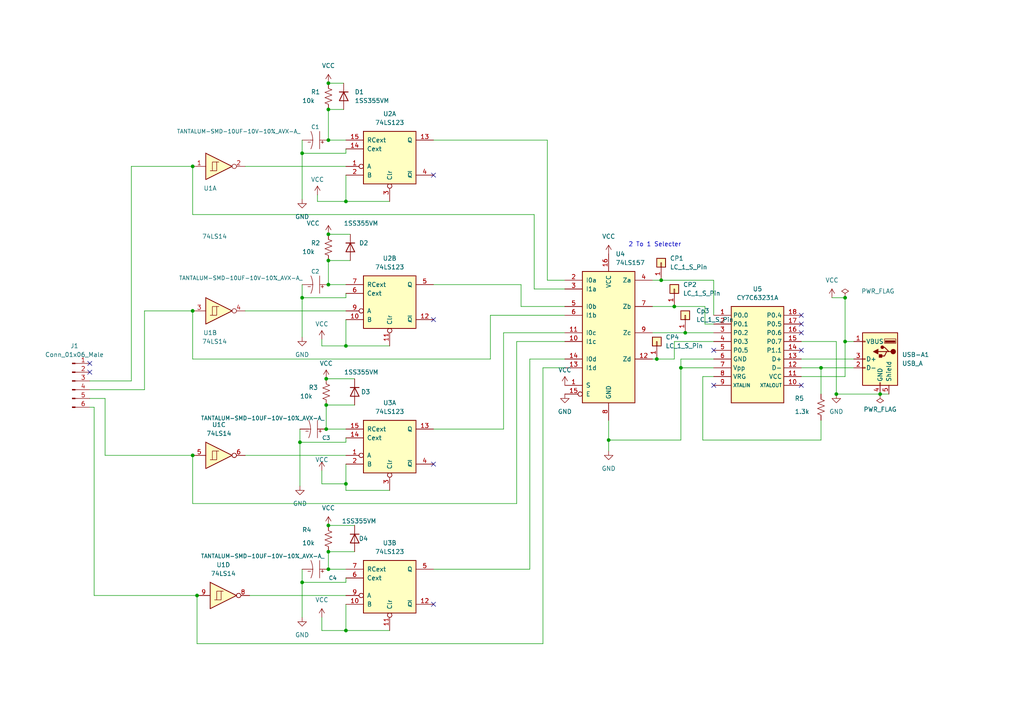
<source format=kicad_sch>
(kicad_sch (version 20211123) (generator eeschema)
  (paper "A4")
  (title_block (date "2022-07-27"))
  (lib_symbols
    (symbol "74xx:74LS123" (pin_names (offset 1.016))
      (property "Reference" "U" (at -7.62 8.89 0))
      (property "Value" "74LS123" (at -7.62 -8.89 0))
      (symbol "74LS123_1_0"
        (pin input inverted (at -12.7 -2.54 0) (length 5.08) (name "A") (number "1"))
        (pin output line (at 12.7 5.08 180) (length 5.08) (name "Q") (number "13"))
        (pin input line (at -12.7 2.54 0) (length 5.08) (name "Cext") (number "14"))
        (pin input line (at -12.7 5.08 0) (length 5.08) (name "RCext") (number "15"))
        (pin input line (at -12.7 -5.08 0) (length 5.08) (name "B") (number "2"))
        (pin input inverted (at 0 -12.7 90) (length 5.08) (name "Clr") (number "3"))
        (pin output line (at 12.7 -5.08 180) (length 5.08) (name "~{Q}") (number "4"))
      )
      (symbol "74LS123_1_1"
        (rectangle (start -7.62 7.62) (end 7.62 -7.62) (stroke (width 0.254)) (fill (type background)))
      )
      (symbol "74LS123_2_0"
        (pin input line (at -12.7 -5.08 0) (length 5.08) (name "B") (number "10"))
        (pin input inverted (at 0 -12.7 90) (length 5.08) (name "Clr") (number "11"))
        (pin output line (at 12.7 -5.08 180) (length 5.08) (name "~{Q}") (number "12"))
        (pin output line (at 12.7 5.08 180) (length 5.08) (name "Q") (number "5"))
        (pin input line (at -12.7 2.54 0) (length 5.08) (name "Cext") (number "6"))
        (pin input line (at -12.7 5.08 0) (length 5.08) (name "RCext") (number "7"))
        (pin input inverted (at -12.7 -2.54 0) (length 5.08) (name "A") (number "9"))
      )
      (symbol "74LS123_2_1"
        (rectangle (start -7.62 7.62) (end 7.62 -7.62) (stroke (width 0.254)) (fill (type background)))
      )
      (symbol "74LS123_3_0"
        (pin power_in line (at 0 12.7 270) (length 5.08) (name "VCC") (number "16"))
        (pin power_in line (at 0 -12.7 90) (length 5.08) (name "GND") (number "8"))
      )
      (symbol "74LS123_3_1"
        (rectangle (start -5.08 7.62) (end 5.08 -7.62) (stroke (width 0.254)) (fill (type background)))
      )
    )
    (symbol "74xx:74LS14" (pin_names (offset 1.016))
      (property "Reference" "U" (at 0 1.27 0))
      (property "Value" "74LS14" (at 0 -1.27 0))
      (symbol "74LS14_1_0"
        (polyline (pts (xy -3.81 3.81) (xy -3.81 -3.81) (xy 3.81 0) (xy -3.81 3.81)) (stroke (width 0.254)) (fill (type background)))
        (pin input line (at -7.62 0 0) (length 3.81) (name "~") (number "1"))
        (pin output inverted (at 7.62 0 180) (length 3.81) (name "~") (number "2"))
      )
      (symbol "74LS14_1_1"
        (polyline (pts (xy -1.905 -1.27) (xy -1.905 1.27) (xy -0.635 1.27)))
        (polyline (pts (xy -2.54 -1.27) (xy -0.635 -1.27) (xy -0.635 1.27) (xy 0 1.27)))
      )
      (symbol "74LS14_2_0"
        (polyline (pts (xy -3.81 3.81) (xy -3.81 -3.81) (xy 3.81 0) (xy -3.81 3.81)) (stroke (width 0.254)) (fill (type background)))
        (pin input line (at -7.62 0 0) (length 3.81) (name "~") (number "3"))
        (pin output inverted (at 7.62 0 180) (length 3.81) (name "~") (number "4"))
      )
      (symbol "74LS14_2_1"
        (polyline (pts (xy -1.905 -1.27) (xy -1.905 1.27) (xy -0.635 1.27)))
        (polyline (pts (xy -2.54 -1.27) (xy -0.635 -1.27) (xy -0.635 1.27) (xy 0 1.27)))
      )
      (symbol "74LS14_3_0"
        (polyline (pts (xy -3.81 3.81) (xy -3.81 -3.81) (xy 3.81 0) (xy -3.81 3.81)) (stroke (width 0.254)) (fill (type background)))
        (pin input line (at -7.62 0 0) (length 3.81) (name "~") (number "5"))
        (pin output inverted (at 7.62 0 180) (length 3.81) (name "~") (number "6"))
      )
      (symbol "74LS14_3_1"
        (polyline (pts (xy -1.905 -1.27) (xy -1.905 1.27) (xy -0.635 1.27)))
        (polyline (pts (xy -2.54 -1.27) (xy -0.635 -1.27) (xy -0.635 1.27) (xy 0 1.27)))
      )
      (symbol "74LS14_4_0"
        (polyline (pts (xy -3.81 3.81) (xy -3.81 -3.81) (xy 3.81 0) (xy -3.81 3.81)) (stroke (width 0.254)) (fill (type background)))
        (pin output inverted (at 7.62 0 180) (length 3.81) (name "~") (number "8"))
        (pin input line (at -7.62 0 0) (length 3.81) (name "~") (number "9"))
      )
      (symbol "74LS14_4_1"
        (polyline (pts (xy -1.905 -1.27) (xy -1.905 1.27) (xy -0.635 1.27)))
        (polyline (pts (xy -2.54 -1.27) (xy -0.635 -1.27) (xy -0.635 1.27) (xy 0 1.27)))
      )
      (symbol "74LS14_5_0"
        (polyline (pts (xy -3.81 3.81) (xy -3.81 -3.81) (xy 3.81 0) (xy -3.81 3.81)) (stroke (width 0.254)) (fill (type background)))
        (pin output inverted (at 7.62 0 180) (length 3.81) (name "~") (number "10"))
        (pin input line (at -7.62 0 0) (length 3.81) (name "~") (number "11"))
      )
      (symbol "74LS14_5_1"
        (polyline (pts (xy -1.905 -1.27) (xy -1.905 1.27) (xy -0.635 1.27)))
        (polyline (pts (xy -2.54 -1.27) (xy -0.635 -1.27) (xy -0.635 1.27) (xy 0 1.27)))
      )
      (symbol "74LS14_6_0"
        (polyline (pts (xy -3.81 3.81) (xy -3.81 -3.81) (xy 3.81 0) (xy -3.81 3.81)) (stroke (width 0.254)) (fill (type background)))
        (pin output inverted (at 7.62 0 180) (length 3.81) (name "~") (number "12"))
        (pin input line (at -7.62 0 0) (length 3.81) (name "~") (number "13"))
      )
      (symbol "74LS14_6_1"
        (polyline (pts (xy -1.905 -1.27) (xy -1.905 1.27) (xy -0.635 1.27)))
        (polyline (pts (xy -2.54 -1.27) (xy -0.635 -1.27) (xy -0.635 1.27) (xy 0 1.27)))
      )
      (symbol "74LS14_7_0"
        (pin power_in line (at 0 12.7 270) (length 5.08) (name "VCC") (number "14"))
        (pin power_in line (at 0 -12.7 90) (length 5.08) (name "GND") (number "7"))
      )
      (symbol "74LS14_7_1"
        (rectangle (start -5.08 7.62) (end 5.08 -7.62) (stroke (width 0.254)) (fill (type background)))
      )
    )
    (symbol "74xx:74LS157" (pin_names (offset 1.016))
      (property "Reference" "U" (at -7.62 19.05 0))
      (property "Value" "74LS157" (at -7.62 -21.59 0))
      (symbol "74LS157_1_0"
        (pin input line (at -12.7 -15.24 0) (length 5.08) (name "S") (number "1"))
        (pin input line (at -12.7 -2.54 0) (length 5.08) (name "I1c") (number "10"))
        (pin input line (at -12.7 0 0) (length 5.08) (name "I0c") (number "11"))
        (pin output line (at 12.7 -7.62 180) (length 5.08) (name "Zd") (number "12"))
        (pin input line (at -12.7 -10.16 0) (length 5.08) (name "I1d") (number "13"))
        (pin input line (at -12.7 -7.62 0) (length 5.08) (name "I0d") (number "14"))
        (pin input inverted (at -12.7 -17.78 0) (length 5.08) (name "E") (number "15"))
        (pin power_in line (at 0 22.86 270) (length 5.08) (name "VCC") (number "16"))
        (pin input line (at -12.7 15.24 0) (length 5.08) (name "I0a") (number "2"))
        (pin input line (at -12.7 12.7 0) (length 5.08) (name "I1a") (number "3"))
        (pin output line (at 12.7 15.24 180) (length 5.08) (name "Za") (number "4"))
        (pin input line (at -12.7 7.62 0) (length 5.08) (name "I0b") (number "5"))
        (pin input line (at -12.7 5.08 0) (length 5.08) (name "I1b") (number "6"))
        (pin output line (at 12.7 7.62 180) (length 5.08) (name "Zb") (number "7"))
        (pin power_in line (at 0 -25.4 90) (length 5.08) (name "GND") (number "8"))
        (pin output line (at 12.7 0 180) (length 5.08) (name "Zc") (number "9"))
      )
      (symbol "74LS157_1_1"
        (rectangle (start -7.62 17.78) (end 7.62 -20.32) (stroke (width 0.254)) (fill (type background)))
      )
    )
    (symbol "Connector:Conn_01x06_Male" (pin_names (offset 1.016) hide)
      (property "Reference" "J" (at 0 7.62 0))
      (property "Value" "Conn_01x06_Male" (at 0 -10.16 0))
      (symbol "Conn_01x06_Male_1_1"
        (polyline (pts (xy 1.27 -7.62) (xy 0.8636 -7.62)) (stroke (width 0.1524)))
        (polyline (pts (xy 1.27 -5.08) (xy 0.8636 -5.08)) (stroke (width 0.1524)))
        (polyline (pts (xy 1.27 -2.54) (xy 0.8636 -2.54)) (stroke (width 0.1524)))
        (polyline (pts (xy 1.27 0) (xy 0.8636 0)) (stroke (width 0.1524)))
        (polyline (pts (xy 1.27 2.54) (xy 0.8636 2.54)) (stroke (width 0.1524)))
        (polyline (pts (xy 1.27 5.08) (xy 0.8636 5.08)) (stroke (width 0.1524)))
        (rectangle (start 0.8636 -7.493) (end 0 -7.747) (stroke (width 0.1524)) (fill (type outline)))
        (rectangle (start 0.8636 -4.953) (end 0 -5.207) (stroke (width 0.1524)) (fill (type outline)))
        (rectangle (start 0.8636 -2.413) (end 0 -2.667) (stroke (width 0.1524)) (fill (type outline)))
        (rectangle (start 0.8636 0.127) (end 0 -0.127) (stroke (width 0.1524)) (fill (type outline)))
        (rectangle (start 0.8636 2.667) (end 0 2.413) (stroke (width 0.1524)) (fill (type outline)))
        (rectangle (start 0.8636 5.207) (end 0 4.953) (stroke (width 0.1524)) (fill (type outline)))
        (pin passive line (at 5.08 5.08 180) (length 3.81) (name "Pin_1") (number "1"))
        (pin passive line (at 5.08 2.54 180) (length 3.81) (name "Pin_2") (number "2"))
        (pin passive line (at 5.08 0 180) (length 3.81) (name "Pin_3") (number "3"))
        (pin passive line (at 5.08 -2.54 180) (length 3.81) (name "Pin_4") (number "4"))
        (pin passive line (at 5.08 -5.08 180) (length 3.81) (name "Pin_5") (number "5"))
        (pin passive line (at 5.08 -7.62 180) (length 3.81) (name "Pin_6") (number "6"))
      )
    )
    (symbol "Connector:USB_A" (pin_names (offset 1.016))
      (property "Reference" "J" (at -5.08 11.43 0))
      (property "Value" "USB_A" (at -5.08 8.89 0))
      (symbol "USB_A_0_1"
        (rectangle (start -5.08 -7.62) (end 5.08 7.62) (stroke (width 0.254)) (fill (type background)))
        (circle (center -3.81 2.159) (radius 0.635) (stroke (width 0.254)) (fill (type outline)))
        (rectangle (start -1.524 4.826) (end -4.318 5.334) (fill (type outline)))
        (rectangle (start -1.27 4.572) (end -4.572 5.842))
        (circle (center -0.635 3.429) (radius 0.381) (stroke (width 0.254)) (fill (type outline)))
        (rectangle (start -0.127 -7.62) (end 0.127 -6.858))
        (polyline (pts (xy -3.175 2.159) (xy -2.54 2.159) (xy -1.27 3.429) (xy -0.635 3.429)) (stroke (width 0.254)))
        (polyline (pts (xy -2.54 2.159) (xy -1.905 2.159) (xy -1.27 0.889) (xy 0 0.889)) (stroke (width 0.254)))
        (polyline (pts (xy 0.635 2.794) (xy 0.635 1.524) (xy 1.905 2.159) (xy 0.635 2.794)) (stroke (width 0.254)) (fill (type outline)))
        (rectangle (start 0.254 1.27) (end -0.508 0.508) (stroke (width 0.254)) (fill (type outline)))
        (rectangle (start 5.08 -2.667) (end 4.318 -2.413))
        (rectangle (start 5.08 -0.127) (end 4.318 0.127))
        (rectangle (start 5.08 4.953) (end 4.318 5.207))
      )
      (symbol "USB_A_1_1"
        (polyline (pts (xy -1.905 2.159) (xy 0.635 2.159)) (stroke (width 0.254)))
        (pin power_in line (at 7.62 5.08 180) (length 2.54) (name "VBUS") (number "1"))
        (pin bidirectional line (at 7.62 -2.54 180) (length 2.54) (name "D-") (number "2"))
        (pin bidirectional line (at 7.62 0 180) (length 2.54) (name "D+") (number "3"))
        (pin power_in line (at 0 -10.16 90) (length 2.54) (name "GND") (number "4"))
        (pin passive line (at -2.54 -10.16 90) (length 2.54) (name "Shield") (number "5"))
      )
    )
    (symbol "Connector_Generic:Conn_01x01" (pin_names (offset 1.016) hide)
      (property "Reference" "J" (at 0 2.54 0))
      (property "Value" "Conn_01x01" (at 0 -2.54 0))
      (symbol "Conn_01x01_1_1"
        (rectangle (start -1.27 0.127) (end 0 -0.127) (stroke (width 0.1524)))
        (rectangle (start -1.27 1.27) (end 1.27 -1.27) (stroke (width 0.254)) (fill (type background)))
        (pin passive line (at -5.08 0 0) (length 3.81) (name "Pin_1") (number "1"))
      )
    )
    (symbol "Device:R_US" (pin_numbers hide) (pin_names (offset 0))
      (property "Reference" "R" (at 2.54 0 90))
      (property "Value" "R_US" (at -2.54 0 90))
      (symbol "R_US_0_1"
        (polyline (pts (xy 0 -2.286) (xy 0 -2.54)))
        (polyline (pts (xy 0 2.286) (xy 0 2.54)))
        (polyline (pts (xy 0 -0.762) (xy 1.016 -1.143) (xy 0 -1.524) (xy -1.016 -1.905) (xy 0 -2.286)))
        (polyline (pts (xy 0 0.762) (xy 1.016 0.381) (xy 0 0) (xy -1.016 -0.381) (xy 0 -0.762)))
        (polyline (pts (xy 0 2.286) (xy 1.016 1.905) (xy 0 1.524) (xy -1.016 1.143) (xy 0 0.762)))
      )
      (symbol "R_US_1_1"
        (pin passive line (at 0 3.81 270) (length 1.27) (name "~") (number "1"))
        (pin passive line (at 0 -3.81 90) (length 1.27) (name "~") (number "2"))
      )
    )
    (symbol "Diode:1SS355VM" (pin_numbers hide) (pin_names (offset 1.016) hide)
      (property "Reference" "D" (at 0 2.54 0))
      (property "Value" "1SS355VM" (at 0 -2.54 0))
      (symbol "1SS355VM_0_1"
        (polyline (pts (xy -1.27 1.27) (xy -1.27 -1.27)) (stroke (width 0.254)))
        (polyline (pts (xy 1.27 0) (xy -1.27 0)))
        (polyline (pts (xy 1.27 1.27) (xy 1.27 -1.27) (xy -1.27 0) (xy 1.27 1.27)) (stroke (width 0.254)))
      )
      (symbol "1SS355VM_1_1"
        (pin passive line (at -3.81 0 0) (length 2.54) (name "K") (number "1"))
        (pin passive line (at 3.81 0 180) (length 2.54) (name "A") (number "2"))
      )
    )
    (symbol "New_Library:CY7C63231A"
      (property "Reference" "U" (at 11.43 6.35 0))
      (property "Value" "CY7C63231A" (at 11.43 3.81 0))
      (symbol "CY7C63231A_1_0"
        (pin input line (at 0 0 0) (length 5.08) (name "P0.0") (number "1"))
        (pin power_in line (at 25.4 -20.32 180) (length 5.08) (name "XTALOUT") (number "10"))
        (pin output line (at 25.4 -17.78 180) (length 5.08) (name "VCC") (number "11"))
        (pin output line (at 25.4 -15.24 180) (length 5.08) (name "D-") (number "12"))
        (pin output line (at 25.4 -12.7 180) (length 5.08) (name "D+") (number "13"))
        (pin output line (at 25.4 -10.16 180) (length 5.08) (name "P1.1") (number "14"))
        (pin output line (at 25.4 -7.62 180) (length 5.08) (name "P0.7") (number "15"))
        (pin output line (at 25.4 -5.08 180) (length 5.08) (name "P0.6") (number "16"))
        (pin output line (at 25.4 -2.54 180) (length 5.08) (name "P0.5") (number "17"))
        (pin output line (at 25.4 0 180) (length 5.08) (name "P0.4") (number "18"))
        (pin input line (at 0 -2.54 0) (length 5.08) (name "P0.1") (number "2"))
        (pin input line (at 0 -5.08 0) (length 5.08) (name "P0.2") (number "3"))
        (pin input line (at 0 -7.62 0) (length 5.08) (name "P0.3") (number "4"))
        (pin input line (at 0 -10.16 0) (length 5.08) (name "P0.5") (number "5"))
        (pin input line (at 0 -12.7 0) (length 5.08) (name "GND") (number "6"))
        (pin input line (at 0 -15.24 0) (length 5.08) (name "Vpp") (number "7"))
        (pin input line (at 0 -17.78 0) (length 5.08) (name "VRG") (number "8"))
        (pin input line (at 0 -20.32 0) (length 5.08) (name "XTALIN") (number "9"))
      )
      (symbol "CY7C63231A_1_1"
        (rectangle (start 5.08 2.54) (end 20.32 -25.4) (stroke (width 0.254)) (fill (type background)))
      )
    )
    (symbol "OPL_Capacitor:TANTALUM-SMD-10UF-10V-10%_AVX-A_" (pin_numbers hide) (pin_names (offset 1.016) hide)
      (property "Reference" "C" (at -6.35 3.81 0))
      (property "Value" "TANTALUM-SMD-10UF-10V-10%_AVX-A_" (at 1.27 3.81 0))
      (symbol "TANTALUM-SMD-10UF-10V-10%_AVX-A__1_0"
        (polyline (pts (xy -1.27 2.54) (xy -1.27 -2.54)))
        (polyline (pts (xy 1.27 0) (xy 0.635 0)))
        (text "+" (at -2.0574 0.508 0) (effects (font (size 1.016 1.016))))
        (text "-" (at 1.7526 0.508 0) (effects (font (size 1.016 1.016))))
      )
      (symbol "TANTALUM-SMD-10UF-10V-10%_AVX-A__1_1"
        (arc (start 1.27 2.54) (mid 0.731 0) (end 1.27 -2.54))
        (pin passive line (at -3.81 0 0) (length 2.54) (name "+") (number "1"))
        (pin passive line (at 3.81 0 180) (length 2.54) (name "-") (number "2"))
      )
    )
    (symbol "power:GND" (power) (pin_names (offset 0))
      (property "Value" "GND" (at 0 -3.81 0))
      (symbol "GND_0_1"
        (polyline (pts (xy 0 0) (xy 0 -1.27) (xy 1.27 -1.27) (xy 0 -2.54) (xy -1.27 -1.27) (xy 0 -1.27)))
      )
      (symbol "GND_1_1"
        (pin power_in line (at 0 0 270) (length 0) hide (name "GND") (number "1"))
      )
    )
    (symbol "power:PWR_FLAG" (power) (pin_numbers hide) (pin_names (offset 0) hide)
      (property "Value" "PWR_FLAG" (at 0 3.81 0))
      (symbol "PWR_FLAG_0_0"
        (pin power_out line (at 0 0 90) (length 0) (name "pwr") (number "1"))
      )
      (symbol "PWR_FLAG_0_1"
        (polyline (pts (xy 0 0) (xy 0 1.27) (xy -1.016 1.905) (xy 0 2.54) (xy 1.016 1.905) (xy 0 1.27)))
      )
    )
    (symbol "power:VCC" (power) (pin_names (offset 0))
      (property "Value" "VCC" (at 0 3.81 0))
      (symbol "VCC_0_1"
        (polyline (pts (xy -0.762 1.27) (xy 0 2.54)))
        (polyline (pts (xy 0 0) (xy 0 2.54)))
        (polyline (pts (xy 0 2.54) (xy 0.762 1.27)))
      )
      (symbol "VCC_1_1"
        (pin power_in line (at 0 0 90) (length 0) hide (name "VCC") (number "1"))
      )
    )
  )
  (junction (at 190.5 104.14))
  (junction (at 245.11 86.36))
  (junction (at 55.88 48.26))
  (junction (at 95.25 31.75))
  (junction (at 95.25 67.945))
  (junction (at 95.25 82.55))
  (junction (at 94.615 124.46))
  (junction (at 195.58 88.9))
  (junction (at 100.33 182.88))
  (junction (at 100.33 58.42))
  (junction (at 242.57 114.3))
  (junction (at 86.995 128.27))
  (junction (at 100.33 100.33))
  (junction (at 176.53 127.635))
  (junction (at 95.25 24.13))
  (junction (at 245.11 99.06))
  (junction (at 55.88 90.17))
  (junction (at 87.63 44.45))
  (junction (at 94.615 117.475))
  (junction (at 87.63 168.91))
  (junction (at 94.615 109.855))
  (junction (at 198.755 96.52))
  (junction (at 95.25 75.565))
  (junction (at 100.33 140.335))
  (junction (at 95.25 160.02))
  (junction (at 87.63 86.36))
  (junction (at 197.485 106.68))
  (junction (at 95.25 165.1))
  (junction (at 238.125 106.68))
  (junction (at 57.15 172.72))
  (junction (at 95.25 40.64))
  (junction (at 95.25 152.4))
  (junction (at 191.77 81.28))
  (junction (at 255.27 114.3))
  (junction (at 55.88 132.08))
  (no_connect (at 232.41 101.6))
  (no_connect (at 125.73 134.62))
  (no_connect (at 125.73 175.26))
  (no_connect (at 125.73 92.71))
  (no_connect (at 125.73 50.8))
  (no_connect (at 207.01 101.6))
  (no_connect (at 232.41 91.44))
  (no_connect (at 232.41 93.98))
  (no_connect (at 232.41 96.52))
  (no_connect (at 207.01 111.76))
  (no_connect (at 26.035 105.41))
  (no_connect (at 26.035 107.95))
  (no_connect (at 232.41 111.76))
  (wire (pts (xy 245.11 99.06) (xy 245.11 86.36)))
  (wire (pts (xy 232.41 106.68) (xy 238.125 106.68)))
  (wire (pts (xy 204.47 93.98) (xy 207.01 93.98)))
  (wire (pts (xy 95.25 165.1) (xy 100.33 165.1)))
  (wire (pts (xy 93.345 100.33) (xy 93.345 98.425)))
  (wire (pts (xy 95.25 82.55) (xy 100.33 82.55)))
  (wire (pts (xy 257.81 114.3) (xy 255.27 114.3)))
  (wire (pts (xy 149.86 146.05) (xy 149.86 99.06)))
  (wire (pts (xy 100.33 168.91) (xy 87.63 168.91)))
  (wire (pts (xy 242.57 114.3) (xy 255.27 114.3)))
  (wire (pts (xy 100.33 182.88) (xy 93.345 182.88)))
  (wire (pts (xy 197.485 127.635) (xy 176.53 127.635)))
  (wire (pts (xy 93.345 140.335) (xy 100.33 140.335)))
  (wire (pts (xy 238.125 106.68) (xy 247.65 106.68)))
  (wire (pts (xy 100.33 167.64) (xy 100.33 168.91)))
  (wire (pts (xy 204.47 88.9) (xy 204.47 93.98)))
  (wire (pts (xy 232.41 104.14) (xy 247.65 104.14)))
  (wire (pts (xy 189.23 104.14) (xy 190.5 104.14)))
  (wire (pts (xy 100.33 127) (xy 100.33 128.27)))
  (wire (pts (xy 71.12 132.08) (xy 100.33 132.08)))
  (wire (pts (xy 157.48 106.68) (xy 163.83 106.68)))
  (wire (pts (xy 232.41 109.22) (xy 245.11 109.22)))
  (wire (pts (xy 238.125 127.635) (xy 238.125 121.92)))
  (wire (pts (xy 207.01 104.14) (xy 197.485 104.14)))
  (wire (pts (xy 142.24 91.44) (xy 163.83 91.44)))
  (wire (pts (xy 207.01 91.44) (xy 207.01 81.28)))
  (wire (pts (xy 94.615 117.475) (xy 94.615 124.46)))
  (wire (pts (xy 30.48 115.57) (xy 30.48 132.08)))
  (wire (pts (xy 55.88 90.17) (xy 55.88 104.14)))
  (wire (pts (xy 153.67 104.14) (xy 163.83 104.14)))
  (wire (pts (xy 93.345 100.33) (xy 100.33 100.33)))
  (wire (pts (xy 113.03 58.42) (xy 100.33 58.42)))
  (wire (pts (xy 189.23 88.9) (xy 195.58 88.9)))
  (wire (pts (xy 87.63 165.1) (xy 87.63 168.91)))
  (wire (pts (xy 238.125 114.3) (xy 238.125 106.68)))
  (wire (pts (xy 207.01 109.22) (xy 203.835 109.22)))
  (wire (pts (xy 71.12 48.26) (xy 100.33 48.26)))
  (wire (pts (xy 27.305 118.11) (xy 27.305 172.72)))
  (wire (pts (xy 100.33 140.335) (xy 100.33 134.62)))
  (wire (pts (xy 207.01 81.28) (xy 191.77 81.28)))
  (wire (pts (xy 100.33 58.42) (xy 92.075 58.42)))
  (wire (pts (xy 125.73 165.1) (xy 153.67 165.1)))
  (wire (pts (xy 154.94 83.82) (xy 163.83 83.82)))
  (wire (pts (xy 26.035 113.03) (xy 41.91 113.03)))
  (wire (pts (xy 190.5 104.14) (xy 195.58 104.14)))
  (wire (pts (xy 57.15 186.69) (xy 157.48 186.69)))
  (wire (pts (xy 87.63 168.91) (xy 87.63 179.07)))
  (wire (pts (xy 149.86 99.06) (xy 163.83 99.06)))
  (wire (pts (xy 95.25 67.945) (xy 101.6 67.945)))
  (wire (pts (xy 125.73 82.55) (xy 151.13 82.55)))
  (wire (pts (xy 100.33 142.24) (xy 100.33 140.335)))
  (wire (pts (xy 242.57 99.06) (xy 242.57 114.3)))
  (wire (pts (xy 95.25 75.565) (xy 101.6 75.565)))
  (wire (pts (xy 125.73 124.46) (xy 146.05 124.46)))
  (wire (pts (xy 158.75 81.28) (xy 163.83 81.28)))
  (wire (pts (xy 100.33 43.18) (xy 100.33 44.45)))
  (wire (pts (xy 151.13 88.9) (xy 163.83 88.9)))
  (wire (pts (xy 241.3 86.36) (xy 245.11 86.36)))
  (wire (pts (xy 207.01 106.68) (xy 197.485 106.68)))
  (wire (pts (xy 71.12 90.17) (xy 100.33 90.17)))
  (wire (pts (xy 87.63 86.36) (xy 87.63 97.79)))
  (wire (pts (xy 26.035 118.11) (xy 27.305 118.11)))
  (wire (pts (xy 38.1 48.26) (xy 38.1 110.49)))
  (wire (pts (xy 55.88 62.23) (xy 154.94 62.23)))
  (wire (pts (xy 55.88 132.08) (xy 55.88 146.05)))
  (wire (pts (xy 72.39 172.72) (xy 100.33 172.72)))
  (wire (pts (xy 55.88 146.05) (xy 149.86 146.05)))
  (wire (pts (xy 86.995 128.27) (xy 86.995 140.97)))
  (wire (pts (xy 125.73 40.64) (xy 158.75 40.64)))
  (wire (pts (xy 26.035 115.57) (xy 30.48 115.57)))
  (wire (pts (xy 153.67 165.1) (xy 153.67 104.14)))
  (wire (pts (xy 100.33 175.26) (xy 100.33 182.88)))
  (wire (pts (xy 86.995 124.46) (xy 86.995 128.27)))
  (wire (pts (xy 55.88 48.26) (xy 55.88 62.23)))
  (wire (pts (xy 95.25 75.565) (xy 95.25 82.55)))
  (wire (pts (xy 191.77 81.28) (xy 189.23 81.28)))
  (wire (pts (xy 95.25 31.75) (xy 99.695 31.75)))
  (wire (pts (xy 87.63 44.45) (xy 87.63 57.785)))
  (wire (pts (xy 100.33 85.09) (xy 100.33 86.36)))
  (wire (pts (xy 198.755 96.52) (xy 207.01 96.52)))
  (wire (pts (xy 242.57 99.06) (xy 232.41 99.06)))
  (wire (pts (xy 41.91 90.17) (xy 55.88 90.17)))
  (wire (pts (xy 113.03 182.88) (xy 100.33 182.88)))
  (wire (pts (xy 87.63 82.55) (xy 87.63 86.36)))
  (wire (pts (xy 100.33 50.8) (xy 100.33 58.42)))
  (wire (pts (xy 203.835 109.22) (xy 203.835 127.635)))
  (wire (pts (xy 176.53 121.92) (xy 176.53 127.635)))
  (wire (pts (xy 94.615 109.855) (xy 102.87 109.855)))
  (wire (pts (xy 195.58 99.06) (xy 207.01 99.06)))
  (wire (pts (xy 93.345 140.335) (xy 93.345 136.525)))
  (wire (pts (xy 100.33 128.27) (xy 86.995 128.27)))
  (wire (pts (xy 26.035 110.49) (xy 38.1 110.49)))
  (wire (pts (xy 30.48 132.08) (xy 55.88 132.08)))
  (wire (pts (xy 157.48 106.68) (xy 157.48 186.69)))
  (wire (pts (xy 197.485 104.14) (xy 197.485 106.68)))
  (wire (pts (xy 113.03 142.24) (xy 100.33 142.24)))
  (wire (pts (xy 55.88 104.14) (xy 142.24 104.14)))
  (wire (pts (xy 146.05 124.46) (xy 146.05 96.52)))
  (wire (pts (xy 92.075 58.42) (xy 92.075 56.515)))
  (wire (pts (xy 158.75 40.64) (xy 158.75 81.28)))
  (wire (pts (xy 100.33 86.36) (xy 87.63 86.36)))
  (wire (pts (xy 93.345 182.88) (xy 93.345 179.07)))
  (wire (pts (xy 102.87 152.4) (xy 95.25 152.4)))
  (wire (pts (xy 95.25 31.75) (xy 95.25 40.64)))
  (wire (pts (xy 38.1 48.26) (xy 55.88 48.26)))
  (wire (pts (xy 27.305 172.72) (xy 57.15 172.72)))
  (wire (pts (xy 94.615 124.46) (xy 100.33 124.46)))
  (wire (pts (xy 146.05 96.52) (xy 163.83 96.52)))
  (wire (pts (xy 203.835 127.635) (xy 238.125 127.635)))
  (wire (pts (xy 245.11 109.22) (xy 245.11 99.06)))
  (wire (pts (xy 95.25 160.02) (xy 95.25 165.1)))
  (wire (pts (xy 195.58 88.9) (xy 204.47 88.9)))
  (wire (pts (xy 94.615 117.475) (xy 102.87 117.475)))
  (wire (pts (xy 247.65 99.06) (xy 245.11 99.06)))
  (wire (pts (xy 197.485 106.68) (xy 197.485 127.635)))
  (wire (pts (xy 95.25 40.64) (xy 100.33 40.64)))
  (wire (pts (xy 176.53 127.635) (xy 176.53 130.81)))
  (wire (pts (xy 100.33 44.45) (xy 87.63 44.45)))
  (wire (pts (xy 154.94 62.23) (xy 154.94 83.82)))
  (wire (pts (xy 102.87 160.02) (xy 95.25 160.02)))
  (wire (pts (xy 151.13 82.55) (xy 151.13 88.9)))
  (wire (pts (xy 57.15 172.72) (xy 57.15 186.69)))
  (wire (pts (xy 95.25 24.13) (xy 99.695 24.13)))
  (wire (pts (xy 87.63 40.64) (xy 87.63 44.45)))
  (wire (pts (xy 41.91 113.03) (xy 41.91 90.17)))
  (wire (pts (xy 189.23 96.52) (xy 198.755 96.52)))
  (wire (pts (xy 195.58 104.14) (xy 195.58 99.06)))
  (wire (pts (xy 142.24 104.14) (xy 142.24 91.44)))
  (wire (pts (xy 100.33 92.71) (xy 100.33 100.33)))
  (wire (pts (xy 100.33 100.33) (xy 113.03 100.33)))
  (text "2 To 1 Selecter" (at 182.245 71.755 0) (effects (font (size 1.27 1.27)) (justify left bottom)))
  (symbol (lib_id "74xx:74LS14") (at 63.5 132.08 0) (unit 3)
    (property "Reference" "U1" (at 63.5 123.19 0))
    (property "Value" "74LS14" (at 63.5 125.73 0))
    (property "Footprint" "Package_SO:SOIC-14W_7.5x9mm_P1.27mm" (effects hide))
    (property "Datasheet" "http://www.ti.com/lit/gpn/sn74LS14" (effects hide))
  )
  (symbol (lib_id "power:VCC") (at 241.3 86.36 0) (unit 1)
    (property "Reference" "#PWR03" (effects hide))
    (property "Value" "VCC" (at 241.3 81.28 0))
  )
  (symbol (lib_id "OPL_Capacitor:TANTALUM-SMD-10UF-10V-10%_AVX-A_") (at 91.44 165.1 180) (unit 1)
    (property "Reference" "C4" (at 96.52 167.64 0) (effects (font (size 1.143 1.143))))
    (property "Value" "TANTALUM-SMD-10UF-10V-10%_AVX-A_" (at 76.2 161.29 0) (effects (font (size 1.143 1.143))))
    (property "Footprint" "Capacitor_SMD:CP_Elec_3x5.3" (effects hide))
    (property "MPN" "TAJA106K010RNJ" (effects hide))
    (property "SKU" "302020011" (effects hide))
  )
  (symbol (lib_id "74xx:74LS123") (at 113.03 87.63 0) (unit 2)
    (property "Reference" "U2" (at 113.03 74.93 0))
    (property "Value" "74LS123" (at 113.03 77.47 0))
    (property "Footprint" "footprints:SN74LS123NSR" (effects hide))
    (property "Datasheet" "http://www.ti.com/lit/gpn/sn74LS123" (effects hide))
  )
  (symbol (lib_id "power:GND") (at 87.63 179.07 0) (unit 1)
    (property "Reference" "#PWR0108" (effects hide))
    (property "Value" "GND" (at 87.63 184.15 0))
  )
  (symbol (lib_id "Device:R_US") (at 95.25 156.21 0) (unit 1)
    (property "Reference" "R4" (at 87.63 153.67 0) (effects (justify left)))
    (property "Value" "10k" (at 87.63 157.48 0) (effects (justify left)))
    (property "Footprint" "Resistor_THT:R_Axial_DIN0207_L6.3mm_D2.5mm_P10.16mm_Horizontal" (effects hide))
  )
  (symbol (lib_id "Device:R_US") (at 95.25 71.755 0) (unit 1)
    (property "Reference" "R2" (at 90.17 70.485 0) (effects (justify left)))
    (property "Value" "10k" (at 87.63 73.025 0) (effects (justify left)))
    (property "Footprint" "Resistor_THT:R_Axial_DIN0207_L6.3mm_D2.5mm_P10.16mm_Horizontal" (effects hide))
  )
  (symbol (lib_id "74xx:74LS123") (at 113.03 170.18 0) (unit 2)
    (property "Reference" "U3" (at 113.03 157.48 0))
    (property "Value" "74LS123" (at 113.03 160.02 0))
    (property "Footprint" "footprints:SN74LS123NSR" (effects hide))
    (property "Datasheet" "http://www.ti.com/lit/gpn/sn74LS123" (effects hide))
  )
  (symbol (lib_id "OPL_Capacitor:TANTALUM-SMD-10UF-10V-10%_AVX-A_") (at 90.805 124.46 180) (unit 1)
    (property "Reference" "C3" (at 94.615 127 0) (effects (font (size 1.143 1.143))))
    (property "Value" "TANTALUM-SMD-10UF-10V-10%_AVX-A_" (at 76.2 121.285 0) (effects (font (size 1.143 1.143))))
    (property "Footprint" "Capacitor_SMD:CP_Elec_3x5.3" (effects hide))
    (property "MPN" "TAJA106K010RNJ" (effects hide))
    (property "SKU" "302020011" (effects hide))
  )
  (symbol (lib_id "power:VCC") (at 95.25 24.13 0) (unit 1)
    (property "Reference" "#PWR0102" (effects hide))
    (property "Value" "VCC" (at 95.25 19.05 0))
  )
  (symbol (lib_id "power:GND") (at 176.53 130.81 0) (unit 1)
    (property "Reference" "#PWR0114" (effects hide))
    (property "Value" "GND" (at 176.53 135.89 0))
  )
  (symbol (lib_id "Connector:USB_A") (at 255.27 104.14 0) (mirror y) (unit 1)
    (property "Reference" "USB-A1" (at 261.62 102.8699 0) (effects (justify right)))
    (property "Value" "USB_A" (at 261.62 105.4099 0) (effects (justify right)))
    (property "Footprint" "Connector_USB:USB_A_CNCTech_1001-011-01101_Horizontal" (effects hide))
    (property "Datasheet" " ~" (effects hide))
  )
  (symbol (lib_id "Connector:Conn_01x06_Male") (at 20.955 110.49 0) (unit 1)
    (property "Reference" "J1" (at 21.59 100.33 0))
    (property "Value" "Conn_01x06_Male" (at 21.59 102.87 0))
    (property "Footprint" "Library:IL-6P-S3FP2-11" (effects hide))
  )
  (symbol (lib_id "74xx:74LS157") (at 176.53 96.52 0) (unit 1)
    (property "Reference" "U4" (at 178.5494 73.66 0) (effects (justify left)))
    (property "Value" "74LS157" (at 178.5494 76.2 0) (effects (justify left)))
    (property "Footprint" "Package_SO:SOIC-16W_7.5x10.3mm_P1.27mm" (effects hide))
    (property "Datasheet" "http://www.ti.com/lit/gpn/sn74LS157" (effects hide))
  )
  (symbol (lib_id "power:PWR_FLAG") (at 245.11 86.36 0) (unit 1)
    (property "Reference" "#FLG01" (effects hide))
    (property "Value" "PWR_FLAG" (at 254.635 84.455 0))
  )
  (symbol (lib_id "74xx:74LS123") (at 113.03 45.72 0) (unit 1)
    (property "Reference" "U2" (at 113.03 33.02 0))
    (property "Value" "74LS123" (at 113.03 35.56 0))
    (property "Footprint" "footprints:SN74LS123NSR" (effects hide))
    (property "Datasheet" "http://www.ti.com/lit/gpn/sn74LS123" (effects hide))
  )
  (symbol (lib_id "Device:R_US") (at 94.615 113.665 0) (unit 1)
    (property "Reference" "R3" (at 89.535 112.395 0) (effects (justify left)))
    (property "Value" "10k" (at 86.995 114.935 0) (effects (justify left)))
    (property "Footprint" "Resistor_THT:R_Axial_DIN0207_L6.3mm_D2.5mm_P10.16mm_Horizontal" (effects hide))
  )
  (symbol (lib_id "power:PWR_FLAG") (at 255.27 114.3 180) (unit 1)
    (property "Reference" "#FLG02" (effects hide))
    (property "Value" "PWR_FLAG" (at 255.27 118.745 0))
  )
  (symbol (lib_id "power:GND") (at 87.63 97.79 0) (unit 1)
    (property "Reference" "#PWR0106" (effects hide))
    (property "Value" "GND" (at 87.63 102.87 0))
  )
  (symbol (lib_id "power:VCC") (at 95.25 67.945 0) (unit 1)
    (property "Reference" "#PWR0101" (effects hide))
    (property "Value" "VCC" (at 90.805 64.77 0))
  )
  (symbol (lib_id "Connector_Generic:Conn_01x01") (at 198.755 91.44 90) (unit 1)
    (property "Reference" "Cp3" (at 201.93 90.1699 90) (effects (justify right)))
    (property "Value" "LC_1_S_Pin" (at 201.93 92.7099 90) (effects (justify right)))
    (property "Footprint" "Library:CheckPin_1Pinp" (effects hide))
  )
  (symbol (lib_id "Diode:1SS355VM") (at 102.87 113.665 270) (unit 1)
    (property "Reference" "D3" (at 106.045 113.665 90))
    (property "Value" "1SS355VM" (at 104.775 107.95 90))
    (property "Footprint" "Diode_THT:D_DO-34_SOD68_P7.62mm_Horizontal" (effects hide))
    (property "Datasheet" "https://fscdn.rohm.com/en/products/databook/datasheet/discrete/diode/switching/1ss355vmte-17-e.pdf" (effects hide))
  )
  (symbol (lib_id "Device:R_US") (at 95.25 27.94 0) (unit 1)
    (property "Reference" "R1" (at 90.17 26.67 0) (effects (justify left)))
    (property "Value" "10k" (at 87.63 29.21 0) (effects (justify left)))
    (property "Footprint" "Resistor_THT:R_Axial_DIN0207_L6.3mm_D2.5mm_P10.16mm_Horizontal" (effects hide))
  )
  (symbol (lib_id "Device:R_US") (at 238.125 118.11 0) (unit 1)
    (property "Reference" "R5" (at 230.505 115.57 0) (effects (justify left)))
    (property "Value" "1.3k" (at 230.505 119.38 0) (effects (justify left)))
    (property "Footprint" "Resistor_SMD:R_0603_1608Metric" (effects hide))
  )
  (symbol (lib_id "power:GND") (at 242.57 114.3 0) (unit 1)
    (property "Reference" "#PWR04" (effects hide))
    (property "Value" "GND" (at 242.57 119.38 0))
  )
  (symbol (lib_id "power:GND") (at 87.63 57.785 0) (unit 1)
    (property "Reference" "#PWR0105" (effects hide))
    (property "Value" "GND" (at 87.63 62.865 0))
  )
  (symbol (lib_id "power:VCC") (at 176.53 73.66 0) (unit 1)
    (property "Reference" "#PWR0113" (effects hide))
    (property "Value" "VCC" (at 176.53 68.58 0))
  )
  (symbol (lib_id "power:VCC") (at 93.345 179.07 0) (unit 1)
    (property "Reference" "#PWR01" (effects hide))
    (property "Value" "VCC" (at 93.345 173.99 0))
  )
  (symbol (lib_id "OPL_Capacitor:TANTALUM-SMD-10UF-10V-10%_AVX-A_") (at 91.44 40.64 180) (unit 1)
    (property "Reference" "C1" (at 91.44 36.83 0) (effects (font (size 1.143 1.143))))
    (property "Value" "TANTALUM-SMD-10UF-10V-10%_AVX-A_" (at 69.215 38.1 0) (effects (font (size 1.143 1.143))))
    (property "Footprint" "Capacitor_SMD:CP_Elec_3x5.3" (effects hide))
    (property "MPN" "TAJA106K010RNJ" (effects hide))
    (property "SKU" "302020011" (effects hide))
  )
  (symbol (lib_id "74xx:74LS14") (at 63.5 48.26 0) (unit 1)
    (property "Reference" "U1" (at 60.96 54.61 0))
    (property "Value" "74LS14" (at 62.23 68.58 0))
    (property "Footprint" "Package_SO:SOIC-14W_7.5x9mm_P1.27mm" (effects hide))
    (property "Datasheet" "http://www.ti.com/lit/gpn/sn74LS14" (effects hide))
  )
  (symbol (lib_id "Diode:1SS355VM") (at 102.87 156.21 270) (unit 1)
    (property "Reference" "D4" (at 105.41 156.21 90))
    (property "Value" "1SS355VM" (at 104.14 151.13 90))
    (property "Footprint" "Diode_THT:D_DO-34_SOD68_P7.62mm_Horizontal" (effects hide))
    (property "Datasheet" "https://fscdn.rohm.com/en/products/databook/datasheet/discrete/diode/switching/1ss355vmte-17-e.pdf" (effects hide))
  )
  (symbol (lib_id "power:VCC") (at 95.25 152.4 0) (unit 1)
    (property "Reference" "#PWR0103" (effects hide))
    (property "Value" "VCC" (at 95.25 147.32 0))
  )
  (symbol (lib_id "74xx:74LS123") (at 113.03 129.54 0) (unit 1)
    (property "Reference" "U3" (at 113.03 116.84 0))
    (property "Value" "74LS123" (at 113.03 119.38 0))
    (property "Footprint" "footprints:SN74LS123NSR" (effects hide))
    (property "Datasheet" "http://www.ti.com/lit/gpn/sn74LS123" (effects hide))
  )
  (symbol (lib_id "power:VCC") (at 94.615 109.855 0) (unit 1)
    (property "Reference" "#PWR0104" (effects hide))
    (property "Value" "VCC" (at 94.615 105.41 0))
  )
  (symbol (lib_id "power:GND") (at 163.83 114.3 0) (unit 1)
    (property "Reference" "#PWR0116" (effects hide))
    (property "Value" "GND" (at 163.83 119.38 0))
  )
  (symbol (lib_id "OPL_Capacitor:TANTALUM-SMD-10UF-10V-10%_AVX-A_") (at 91.44 82.55 180) (unit 1)
    (property "Reference" "C2" (at 91.44 78.74 0) (effects (font (size 1.143 1.143))))
    (property "Value" "TANTALUM-SMD-10UF-10V-10%_AVX-A_" (at 69.85 80.645 0) (effects (font (size 1.143 1.143))))
    (property "Footprint" "Capacitor_SMD:CP_Elec_3x5.3" (effects hide))
    (property "MPN" "TAJA106K010RNJ" (effects hide))
    (property "SKU" "302020011" (effects hide))
  )
  (symbol (lib_id "power:VCC") (at 163.83 111.76 0) (unit 1)
    (property "Reference" "#PWR06" (effects hide))
    (property "Value" "VCC" (at 163.83 107.315 0))
  )
  (symbol (lib_id "power:VCC") (at 92.075 56.515 0) (unit 1)
    (property "Reference" "#PWR07" (effects hide))
    (property "Value" "VCC" (at 92.075 52.07 0))
  )
  (symbol (lib_id "Diode:1SS355VM") (at 99.695 27.94 270) (unit 1)
    (property "Reference" "D1" (at 102.87 26.6699 90) (effects (justify left)))
    (property "Value" "1SS355VM" (at 102.87 29.2099 90) (effects (justify left)))
    (property "Footprint" "Diode_THT:D_DO-34_SOD68_P7.62mm_Horizontal" (effects hide))
    (property "Datasheet" "https://fscdn.rohm.com/en/products/databook/datasheet/discrete/diode/switching/1ss355vmte-17-e.pdf" (effects hide))
  )
  (symbol (lib_id "power:GND") (at 86.995 140.97 0) (unit 1)
    (property "Reference" "#PWR0107" (effects hide))
    (property "Value" "GND" (at 86.995 146.05 0))
  )
  (symbol (lib_id "power:VCC") (at 93.345 98.425 0) (unit 1)
    (property "Reference" "#PWR05" (effects hide))
    (property "Value" "VCC" (at 93.345 93.98 0))
  )
  (symbol (lib_id "Connector_Generic:Conn_01x01") (at 191.77 76.2 90) (unit 1)
    (property "Reference" "CP1" (at 194.31 74.9299 90) (effects (justify right)))
    (property "Value" "LC_1_S_Pin" (at 194.31 77.4699 90) (effects (justify right)))
    (property "Footprint" "Library:CheckPin_1Pinp" (effects hide))
  )
  (symbol (lib_id "power:VCC") (at 93.345 136.525 0) (unit 1)
    (property "Reference" "#PWR02" (effects hide))
    (property "Value" "VCC" (at 93.345 133.35 0))
  )
  (symbol (lib_id "Diode:1SS355VM") (at 101.6 71.755 270) (unit 1)
    (property "Reference" "D2" (at 104.14 70.4849 90) (effects (justify left)))
    (property "Value" "1SS355VM" (at 99.695 64.77 90) (effects (justify left)))
    (property "Footprint" "Diode_THT:D_DO-34_SOD68_P7.62mm_Horizontal" (effects hide))
    (property "Datasheet" "https://fscdn.rohm.com/en/products/databook/datasheet/discrete/diode/switching/1ss355vmte-17-e.pdf" (effects hide))
  )
  (symbol (lib_id "New_Library:CY7C63231A") (at 207.01 91.44 0) (unit 1)
    (property "Reference" "U5" (at 219.71 83.82 0))
    (property "Value" "CY7C63231A" (at 219.71 86.36 0))
    (property "Footprint" "Package_SO:SOIC-18W_7.5x11.6mm_P1.27mm" (effects hide))
  )
  (symbol (lib_id "Connector_Generic:Conn_01x01") (at 195.58 83.82 90) (unit 1)
    (property "Reference" "CP2" (at 198.12 82.5499 90) (effects (justify right)))
    (property "Value" "LC_1_S_Pin" (at 198.12 85.0899 90) (effects (justify right)))
    (property "Footprint" "Library:CheckPin_1Pinp" (effects hide))
  )
  (symbol (lib_id "74xx:74LS14") (at 63.5 90.17 0) (unit 2)
    (property "Reference" "U1" (at 60.96 96.52 0))
    (property "Value" "74LS14" (at 62.23 99.06 0))
    (property "Footprint" "Package_SO:SOIC-14W_7.5x9mm_P1.27mm" (effects hide))
    (property "Datasheet" "http://www.ti.com/lit/gpn/sn74LS14" (effects hide))
  )
  (symbol (lib_id "74xx:74LS14") (at 64.77 172.72 0) (unit 4)
    (property "Reference" "U1" (at 64.77 163.83 0))
    (property "Value" "74LS14" (at 64.77 166.37 0))
    (property "Footprint" "Package_SO:SOIC-14W_7.5x9mm_P1.27mm" (effects hide))
    (property "Datasheet" "http://www.ti.com/lit/gpn/sn74LS14" (effects hide))
  )
  (symbol (lib_id "Connector_Generic:Conn_01x01") (at 190.5 99.06 90) (unit 1)
    (property "Reference" "CP4" (at 193.04 97.7899 90) (effects (justify right)))
    (property "Value" "LC_1_S_Pin" (at 193.04 100.3299 90) (effects (justify right)))
    (property "Footprint" "Library:CheckPin_1Pinp" (effects hide))
  )
)
</source>
